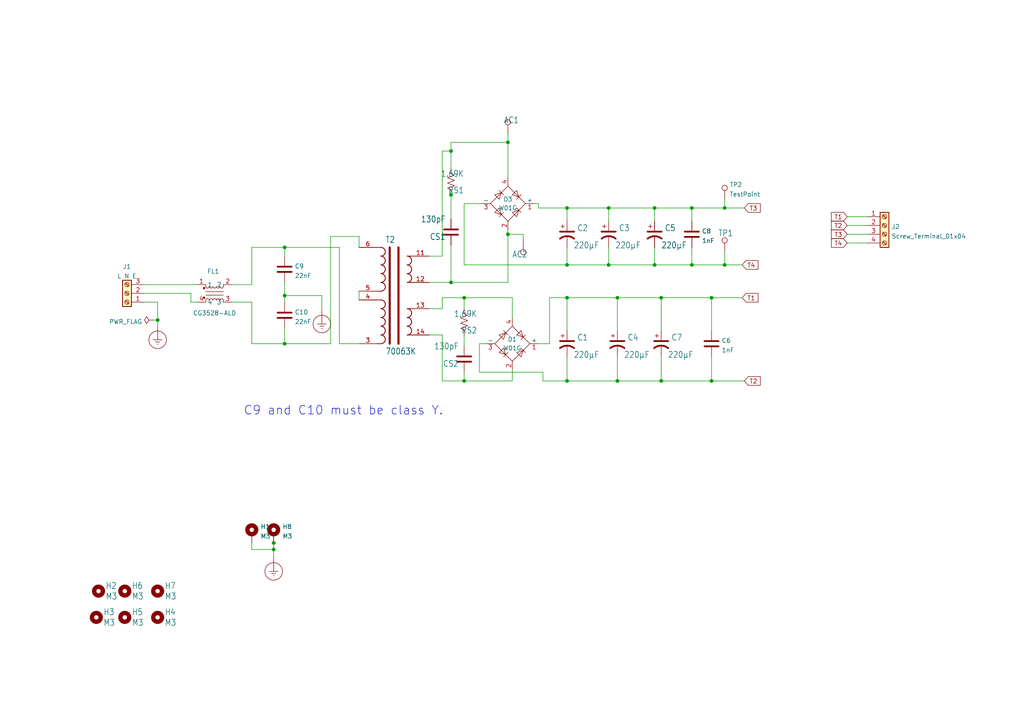
<source format=kicad_sch>
(kicad_sch (version 20211123) (generator eeschema)
  (paper "A4")
  (title_block (title "MaxDC") (date "2023-01-28") (rev "0.3") (company "Author: Andrew Fischer\\nLicense: CC BY-NC 4.0 \\ncreativecommons.org/licenses/by-nc/4.0"))
  (lib_symbols
    (symbol "Connector:Screw_Terminal_01x03" (pin_names (offset 1.016) hide)
      (property "Reference" "J" (at 0 5.08 0))
      (property "Value" "Screw_Terminal_01x03" (at 0 -5.08 0))
      (symbol "Screw_Terminal_01x03_1_1"
        (rectangle (start -1.27 3.81) (end 1.27 -3.81) (stroke (width 0.254)) (fill (type background)))
        (circle (center 0 -2.54) (radius 0.635) (stroke (width 0.1524)))
        (polyline (pts (xy -0.5334 -2.2098) (xy 0.3302 -3.048)) (stroke (width 0.1524)))
        (polyline (pts (xy -0.5334 0.3302) (xy 0.3302 -0.508)) (stroke (width 0.1524)))
        (polyline (pts (xy -0.5334 2.8702) (xy 0.3302 2.032)) (stroke (width 0.1524)))
        (polyline (pts (xy -0.3556 -2.032) (xy 0.508 -2.8702)) (stroke (width 0.1524)))
        (polyline (pts (xy -0.3556 0.508) (xy 0.508 -0.3302)) (stroke (width 0.1524)))
        (polyline (pts (xy -0.3556 3.048) (xy 0.508 2.2098)) (stroke (width 0.1524)))
        (circle (center 0 0) (radius 0.635) (stroke (width 0.1524)))
        (circle (center 0 2.54) (radius 0.635) (stroke (width 0.1524)))
        (pin passive line (at -5.08 2.54 0) (length 3.81) (name "Pin_1") (number "1"))
        (pin passive line (at -5.08 0 0) (length 3.81) (name "Pin_2") (number "2"))
        (pin passive line (at -5.08 -2.54 0) (length 3.81) (name "Pin_3") (number "3"))
      )
    )
    (symbol "Connector:Screw_Terminal_01x04" (pin_names (offset 1.016) hide)
      (property "Reference" "J" (at 0 5.08 0))
      (property "Value" "Screw_Terminal_01x04" (at 0 -7.62 0))
      (symbol "Screw_Terminal_01x04_1_1"
        (rectangle (start -1.27 3.81) (end 1.27 -6.35) (stroke (width 0.254)) (fill (type background)))
        (circle (center 0 -5.08) (radius 0.635) (stroke (width 0.1524)))
        (circle (center 0 -2.54) (radius 0.635) (stroke (width 0.1524)))
        (polyline (pts (xy -0.5334 -4.7498) (xy 0.3302 -5.588)) (stroke (width 0.1524)))
        (polyline (pts (xy -0.5334 -2.2098) (xy 0.3302 -3.048)) (stroke (width 0.1524)))
        (polyline (pts (xy -0.5334 0.3302) (xy 0.3302 -0.508)) (stroke (width 0.1524)))
        (polyline (pts (xy -0.5334 2.8702) (xy 0.3302 2.032)) (stroke (width 0.1524)))
        (polyline (pts (xy -0.3556 -4.572) (xy 0.508 -5.4102)) (stroke (width 0.1524)))
        (polyline (pts (xy -0.3556 -2.032) (xy 0.508 -2.8702)) (stroke (width 0.1524)))
        (polyline (pts (xy -0.3556 0.508) (xy 0.508 -0.3302)) (stroke (width 0.1524)))
        (polyline (pts (xy -0.3556 3.048) (xy 0.508 2.2098)) (stroke (width 0.1524)))
        (circle (center 0 0) (radius 0.635) (stroke (width 0.1524)))
        (circle (center 0 2.54) (radius 0.635) (stroke (width 0.1524)))
        (pin passive line (at -5.08 2.54 0) (length 3.81) (name "Pin_1") (number "1"))
        (pin passive line (at -5.08 0 0) (length 3.81) (name "Pin_2") (number "2"))
        (pin passive line (at -5.08 -2.54 0) (length 3.81) (name "Pin_3") (number "3"))
        (pin passive line (at -5.08 -5.08 0) (length 3.81) (name "Pin_4") (number "4"))
      )
    )
    (symbol "Connector:TestPoint" (pin_numbers hide) (pin_names (offset 0.762) hide)
      (property "Reference" "TP" (at 0 6.858 0))
      (property "Value" "TestPoint" (at 0 5.08 0))
      (symbol "TestPoint_0_1"
        (circle (center 0 3.302) (radius 0.762))
      )
      (symbol "TestPoint_1_1"
        (pin passive line (at 0 0 90) (length 2.54) (name "1") (number "1"))
      )
    )
    (symbol "Device:C" (pin_numbers hide) (pin_names (offset 0.254))
      (property "Reference" "C" (at 0.635 2.54 0))
      (property "Value" "C" (at 0.635 -2.54 0))
      (symbol "C_0_1"
        (polyline (pts (xy -2.032 -0.762) (xy 2.032 -0.762)) (stroke (width 0.508)))
        (polyline (pts (xy -2.032 0.762) (xy 2.032 0.762)) (stroke (width 0.508)))
      )
      (symbol "C_1_1"
        (pin passive line (at 0 3.81 270) (length 2.794) (name "~") (number "1"))
        (pin passive line (at 0 -3.81 90) (length 2.794) (name "~") (number "2"))
      )
    )
    (symbol "Device:C_Polarized_US" (pin_numbers hide) (pin_names (offset 0.254) hide)
      (property "Reference" "C" (at 0.635 2.54 0))
      (property "Value" "C_Polarized_US" (at 0.635 -2.54 0))
      (symbol "C_Polarized_US_0_1"
        (polyline (pts (xy -2.032 0.762) (xy 2.032 0.762)) (stroke (width 0.508)))
        (polyline (pts (xy -1.778 2.286) (xy -0.762 2.286)))
        (polyline (pts (xy -1.27 1.778) (xy -1.27 2.794)))
        (arc (start 2.032 -1.27) (mid 0 -0.5572) (end -2.032 -1.27) (stroke (width 0.508)))
      )
      (symbol "C_Polarized_US_1_1"
        (pin passive line (at 0 3.81 270) (length 2.794) (name "~") (number "1"))
        (pin passive line (at 0 -3.81 90) (length 3.302) (name "~") (number "2"))
      )
    )
    (symbol "Device:R_US" (pin_numbers hide) (pin_names (offset 0))
      (property "Reference" "R" (at 2.54 0 90))
      (property "Value" "R_US" (at -2.54 0 90))
      (symbol "R_US_0_1"
        (polyline (pts (xy 0 -2.286) (xy 0 -2.54)))
        (polyline (pts (xy 0 2.286) (xy 0 2.54)))
        (polyline (pts (xy 0 -0.762) (xy 1.016 -1.143) (xy 0 -1.524) (xy -1.016 -1.905) (xy 0 -2.286)))
        (polyline (pts (xy 0 0.762) (xy 1.016 0.381) (xy 0 0) (xy -1.016 -0.381) (xy 0 -0.762)))
        (polyline (pts (xy 0 2.286) (xy 1.016 1.905) (xy 0 1.524) (xy -1.016 1.143) (xy 0 0.762)))
      )
      (symbol "R_US_1_1"
        (pin passive line (at 0 3.81 270) (length 1.27) (name "~") (number "1"))
        (pin passive line (at 0 -3.81 90) (length 1.27) (name "~") (number "2"))
      )
    )
    (symbol "Diode_Bridge:W01G" (pin_names (offset 0))
      (property "Reference" "D" (at 2.54 6.985 0))
      (property "Value" "W01G" (at 2.54 5.08 0))
      (symbol "W01G_0_1"
        (polyline (pts (xy -2.54 3.81) (xy -1.27 2.54)))
        (polyline (pts (xy -1.27 -2.54) (xy -2.54 -3.81)))
        (polyline (pts (xy 2.54 -1.27) (xy 3.81 -2.54)))
        (polyline (pts (xy 2.54 1.27) (xy 3.81 2.54)))
        (polyline (pts (xy -3.81 2.54) (xy -2.54 1.27) (xy -1.905 3.175) (xy -3.81 2.54)))
        (polyline (pts (xy -2.54 -1.27) (xy -3.81 -2.54) (xy -1.905 -3.175) (xy -2.54 -1.27)))
        (polyline (pts (xy 1.27 2.54) (xy 2.54 3.81) (xy 3.175 1.905) (xy 1.27 2.54)))
        (polyline (pts (xy 3.175 -1.905) (xy 1.27 -2.54) (xy 2.54 -3.81) (xy 3.175 -1.905)))
        (polyline (pts (xy -5.08 0) (xy 0 -5.08) (xy 5.08 0) (xy 0 5.08) (xy -5.08 0)))
      )
      (symbol "W01G_1_1"
        (pin passive line (at 7.62 0 180) (length 2.54) (name "+") (number "1"))
        (pin passive line (at 0 -7.62 90) (length 2.54) (name "~") (number "2"))
        (pin passive line (at -7.62 0 0) (length 2.54) (name "-") (number "3"))
        (pin passive line (at 0 7.62 270) (length 2.54) (name "~") (number "4"))
      )
    )
    (symbol "Filter_CoilCraft:Filter_EMI_LL_1243"
      (property "Reference" "FL" (at -2.54 5.842 0))
      (property "Value" "Filter_EMI_LL_1243" (at 0.635 -5.715 0))
      (symbol "Filter_EMI_LL_1243_0_1"
        (circle (center -1.778 -1.27) (radius 0.254) (fill (type outline)))
        (circle (center -1.778 1.524) (radius 0.254) (fill (type outline)))
        (arc (start -1.27 2.032) (mid -0.762 1.524) (end -0.254 2.032))
        (arc (start -0.254 -2.032) (mid -0.762 -1.524) (end -1.27 -2.032))
        (arc (start -0.254 2.032) (mid 0.254 1.524) (end 0.762 2.032))
        (polyline (pts (xy -1.27 -2.032) (xy -1.27 -2.54)))
        (polyline (pts (xy -1.27 0.508) (xy 3.81 0.508)))
        (polyline (pts (xy -1.27 2.032) (xy -1.27 2.54)))
        (polyline (pts (xy 3.81 -2.032) (xy 3.81 -2.54)))
        (polyline (pts (xy 3.81 -0.508) (xy -1.27 -0.508)))
        (polyline (pts (xy 3.81 2.54) (xy 3.81 2.032)))
        (arc (start 0.762 -2.032) (mid 0.254 -1.524) (end -0.254 -2.032))
        (arc (start 0.762 2.032) (mid 1.27 1.524) (end 1.778 2.032))
        (arc (start 1.778 -2.032) (mid 1.27 -1.524) (end 0.762 -2.032))
        (arc (start 1.778 2.032) (mid 2.286 1.524) (end 2.794 2.032))
        (arc (start 2.794 -2.032) (mid 2.286 -1.524) (end 1.778 -2.032))
        (arc (start 2.794 2.032) (mid 3.302 1.524) (end 3.81 2.032))
        (arc (start 3.81 -2.032) (mid 3.302 -1.524) (end 2.794 -2.032))
      )
      (symbol "Filter_EMI_LL_1243_1_1"
        (pin passive line (at -3.81 2.54 0) (length 2.54) (name "1") (number "1"))
        (pin passive line (at 6.35 2.54 180) (length 2.54) (name "2") (number "2"))
        (pin passive line (at 6.35 -2.54 180) (length 2.54) (name "3") (number "3"))
        (pin passive line (at -3.81 -2.54 0) (length 2.54) (name "4") (number "4"))
      )
    )
    (symbol "MaxDC-eagle-import:15-25VA"
      (property "Value" "15-25VA" (at -2.54 -18.415 0))
      (symbol "15-25VA_1_0"
        (arc (start -3.81 -15.24) (mid -2.54 -13.97) (end -3.81 -12.7) (stroke (width 0.254)))
        (arc (start -3.81 -12.7) (mid -2.54 -11.43) (end -3.81 -10.16) (stroke (width 0.254)))
        (arc (start -3.81 -10.16) (mid -2.54 -8.89) (end -3.81 -7.62) (stroke (width 0.254)))
        (arc (start -3.81 -7.62) (mid -2.54 -6.35) (end -3.81 -5.08) (stroke (width 0.254)))
        (arc (start -3.81 -5.08) (mid -2.54 -3.81) (end -3.81 -2.54) (stroke (width 0.254)))
        (arc (start -3.81 0) (mid -2.54 1.27) (end -3.81 2.54) (stroke (width 0.254)))
        (arc (start -3.81 2.54) (mid -2.54 3.81) (end -3.81 5.08) (stroke (width 0.254)))
        (arc (start -3.81 5.08) (mid -2.54 6.35) (end -3.81 7.62) (stroke (width 0.254)))
        (arc (start -3.81 7.62) (mid -2.54 8.89) (end -3.81 10.16) (stroke (width 0.254)))
        (arc (start -3.81 10.16) (mid -2.54 11.43) (end -3.81 12.7) (stroke (width 0.254)))
        (polyline (pts (xy -3.81 -15.24) (xy -5.08 -15.24)) (stroke (width 0.2032)))
        (polyline (pts (xy -3.81 -2.54) (xy -5.08 -2.54)) (stroke (width 0.2032)))
        (polyline (pts (xy -3.81 0) (xy -5.08 0)) (stroke (width 0.2032)))
        (polyline (pts (xy -3.81 12.7) (xy -5.08 12.7)) (stroke (width 0.2032)))
        (polyline (pts (xy -1.27 12.7) (xy -1.27 -15.24)) (stroke (width 0.6096)))
        (polyline (pts (xy 1.27 12.7) (xy 1.27 -15.24)) (stroke (width 0.6096)))
        (polyline (pts (xy 3.81 -12.7) (xy 5.08 -12.7)) (stroke (width 0.2032)))
        (polyline (pts (xy 3.81 -5.08) (xy 5.08 -5.08)) (stroke (width 0.2032)))
        (polyline (pts (xy 3.81 2.54) (xy 5.08 2.54)) (stroke (width 0.2032)))
        (polyline (pts (xy 3.81 10.16) (xy 5.08 10.16)) (stroke (width 0.2032)))
        (arc (start 3.81 -12.7) (mid 5.08 -11.43) (end 3.81 -10.16) (stroke (width 0.254)))
        (arc (start 3.81 -10.16) (mid 5.08 -8.89) (end 3.81 -7.62) (stroke (width 0.254)))
        (arc (start 3.81 -7.62) (mid 5.08 -6.35) (end 3.81 -5.08) (stroke (width 0.254)))
        (arc (start 3.81 2.54) (mid 5.08 3.81) (end 3.81 5.08) (stroke (width 0.254)))
        (arc (start 3.81 5.08) (mid 5.08 6.35) (end 3.81 7.62) (stroke (width 0.254)))
        (arc (start 3.81 7.62) (mid 5.08 8.89) (end 3.81 10.16) (stroke (width 0.254)))
        (pin passive line (at 10.16 10.16 180) (length 5.08) (name "11") (number "11"))
        (pin passive line (at 10.16 2.54 180) (length 5.08) (name "12") (number "12"))
        (pin passive line (at 10.16 -5.08 180) (length 5.08) (name "13") (number "13"))
        (pin passive line (at 10.16 -12.7 180) (length 5.08) (name "14") (number "14"))
        (pin passive line (at -10.16 -15.24 0) (length 5.08) (name "3") (number "3"))
        (pin passive line (at -10.16 -2.54 0) (length 5.08) (name "4") (number "4"))
        (pin passive line (at -10.16 0 0) (length 5.08) (name "5") (number "5"))
        (pin passive line (at -10.16 12.7 0) (length 5.08) (name "6") (number "6"))
      )
    )
    (symbol "Mechanical:MountingHole" (pin_names (offset 1.016))
      (property "Reference" "H" (at 0 5.08 0))
      (property "Value" "MountingHole" (at 0 3.175 0))
      (symbol "MountingHole_0_1"
        (circle (center 0 0) (radius 1.27) (stroke (width 1.27)))
      )
    )
    (symbol "Mechanical:MountingHole_Pad" (pin_numbers hide) (pin_names (offset 1.016) hide)
      (property "Reference" "H" (at 0 6.35 0))
      (property "Value" "MountingHole_Pad" (at 0 4.445 0))
      (symbol "MountingHole_Pad_0_1"
        (circle (center 0 1.27) (radius 1.27) (stroke (width 1.27)))
      )
      (symbol "MountingHole_Pad_1_1"
        (pin input line (at 0 -2.54 90) (length 2.54) (name "1") (number "1"))
      )
    )
    (symbol "power:Earth_Protective" (power) (pin_names (offset 0))
      (symbol "Earth_Protective_0_1"
        (circle (center 0 -3.81) (radius 2.54))
        (polyline (pts (xy -0.635 -4.445) (xy 0.635 -4.445)))
        (polyline (pts (xy -0.127 -5.08) (xy 0.127 -5.08)))
        (polyline (pts (xy 0 -3.81) (xy 0 0)))
        (polyline (pts (xy 1.27 -3.81) (xy -1.27 -3.81)))
      )
      (symbol "Earth_Protective_1_1"
        (pin power_in line (at 0 0 270) (length 0) hide (name "Earth_Protective") (number "1"))
      )
    )
    (symbol "power:PWR_FLAG" (power) (pin_numbers hide) (pin_names (offset 0) hide)
      (property "Value" "PWR_FLAG" (at 0 3.81 0))
      (symbol "PWR_FLAG_0_0"
        (pin power_out line (at 0 0 90) (length 0) (name "pwr") (number "1"))
      )
      (symbol "PWR_FLAG_0_1"
        (polyline (pts (xy 0 0) (xy 0 1.27) (xy -1.016 1.905) (xy 0 2.54) (xy 1.016 1.905) (xy 0 1.27)))
      )
    )
  )
  (junction (at 130.81 81.915))
  (junction (at 206.375 110.49))
  (junction (at 79.375 157.48))
  (junction (at 147.32 41.275))
  (junction (at 79.375 159.385))
  (junction (at 82.55 99.695))
  (junction (at 164.465 86.36))
  (junction (at 176.53 76.835))
  (junction (at 164.465 76.835))
  (junction (at 179.07 86.36))
  (junction (at 200.66 76.835))
  (junction (at 130.81 43.815))
  (junction (at 191.77 86.36))
  (junction (at 164.465 110.49))
  (junction (at 134.62 110.49))
  (junction (at 176.53 60.325))
  (junction (at 210.185 76.835))
  (junction (at 206.375 86.36))
  (junction (at 82.55 71.755))
  (junction (at 164.465 60.325))
  (junction (at 130.81 56.515))
  (junction (at 189.865 60.325))
  (junction (at 191.77 110.49))
  (junction (at 134.62 86.36))
  (junction (at 189.865 76.835))
  (junction (at 210.185 60.325))
  (junction (at 82.55 85.725))
  (junction (at 45.72 92.837))
  (junction (at 200.66 60.325))
  (junction (at 147.32 67.945))
  (junction (at 179.07 110.49))
  (wire (pts (xy 159.385 99.695) (xy 159.385 86.36)))
  (wire (pts (xy 134.62 97.155) (xy 134.62 100.33)))
  (wire (pts (xy 176.53 71.755) (xy 176.53 76.835)))
  (wire (pts (xy 164.465 103.505) (xy 164.465 110.49)))
  (wire (pts (xy 128.27 97.155) (xy 128.27 110.49)))
  (wire (pts (xy 73.025 71.755) (xy 82.55 71.755)))
  (wire (pts (xy 124.46 89.535) (xy 128.27 89.535)))
  (wire (pts (xy 73.025 159.385) (xy 79.375 159.385)))
  (wire (pts (xy 67.31 82.55) (xy 73.025 82.55)))
  (wire (pts (xy 210.185 73.025) (xy 210.185 76.835)))
  (wire (pts (xy 210.185 76.835) (xy 215.265 76.835)))
  (wire (pts (xy 191.77 110.49) (xy 191.77 103.505)))
  (wire (pts (xy 151.765 69.85) (xy 151.765 67.945)))
  (wire (pts (xy 128.27 74.295) (xy 128.27 43.815)))
  (wire (pts (xy 130.81 43.815) (xy 130.81 48.895)))
  (wire (pts (xy 79.375 159.385) (xy 79.375 161.925)))
  (wire (pts (xy 200.66 71.755) (xy 200.66 76.835)))
  (wire (pts (xy 98.425 99.695) (xy 104.14 99.695)))
  (wire (pts (xy 82.55 81.915) (xy 82.55 85.725)))
  (wire (pts (xy 67.31 87.63) (xy 73.025 87.63)))
  (wire (pts (xy 93.345 90.17) (xy 93.345 85.725)))
  (wire (pts (xy 147.32 67.945) (xy 151.765 67.945)))
  (wire (pts (xy 179.07 103.505) (xy 179.07 110.49)))
  (wire (pts (xy 164.465 64.135) (xy 164.465 60.325)))
  (wire (pts (xy 82.55 74.295) (xy 82.55 71.755)))
  (wire (pts (xy 164.465 110.49) (xy 179.07 110.49)))
  (wire (pts (xy 179.07 86.36) (xy 179.07 95.885)))
  (wire (pts (xy 45.72 92.837) (xy 45.72 94.742)))
  (wire (pts (xy 130.81 41.275) (xy 130.81 43.815)))
  (wire (pts (xy 130.81 71.12) (xy 130.81 81.915)))
  (wire (pts (xy 128.27 74.295) (xy 124.46 74.295)))
  (wire (pts (xy 245.745 67.945) (xy 251.46 67.945)))
  (wire (pts (xy 206.375 86.36) (xy 215.265 86.36)))
  (wire (pts (xy 130.81 81.915) (xy 147.32 81.915)))
  (wire (pts (xy 82.55 85.725) (xy 82.55 87.63)))
  (wire (pts (xy 124.46 81.915) (xy 130.81 81.915)))
  (wire (pts (xy 130.81 55.88) (xy 130.81 56.515)))
  (wire (pts (xy 191.77 110.49) (xy 206.375 110.49)))
  (wire (pts (xy 245.745 65.405) (xy 251.46 65.405)))
  (wire (pts (xy 79.375 157.48) (xy 80.01 157.48)))
  (wire (pts (xy 139.065 99.695) (xy 139.065 107.95)))
  (wire (pts (xy 210.185 57.785) (xy 210.185 60.325)))
  (wire (pts (xy 147.32 41.275) (xy 147.32 51.435)))
  (wire (pts (xy 164.465 76.835) (xy 176.53 76.835)))
  (wire (pts (xy 176.53 60.325) (xy 176.53 64.135)))
  (wire (pts (xy 124.46 97.155) (xy 128.27 97.155)))
  (wire (pts (xy 134.62 86.36) (xy 134.62 89.535)))
  (wire (pts (xy 55.372 87.63) (xy 57.15 87.63)))
  (wire (pts (xy 189.865 76.835) (xy 200.66 76.835)))
  (wire (pts (xy 41.91 87.63) (xy 45.72 87.63)))
  (wire (pts (xy 164.465 86.36) (xy 179.07 86.36)))
  (wire (pts (xy 191.77 86.36) (xy 191.77 95.885)))
  (wire (pts (xy 82.55 71.755) (xy 98.425 71.755)))
  (wire (pts (xy 164.465 86.36) (xy 164.465 95.885)))
  (wire (pts (xy 157.48 107.95) (xy 157.48 110.49)))
  (wire (pts (xy 82.55 95.25) (xy 82.55 99.695)))
  (wire (pts (xy 189.865 60.325) (xy 189.865 64.135)))
  (wire (pts (xy 139.065 107.95) (xy 157.48 107.95)))
  (wire (pts (xy 82.55 99.695) (xy 95.885 99.695)))
  (wire (pts (xy 147.32 67.945) (xy 147.32 81.915)))
  (wire (pts (xy 130.81 43.815) (xy 128.27 43.815)))
  (wire (pts (xy 210.185 60.325) (xy 200.66 60.325)))
  (wire (pts (xy 73.025 99.695) (xy 82.55 99.695)))
  (wire (pts (xy 134.62 107.95) (xy 134.62 110.49)))
  (wire (pts (xy 156.21 60.325) (xy 164.465 60.325)))
  (wire (pts (xy 104.14 86.995) (xy 104.14 84.455)))
  (wire (pts (xy 104.14 68.58) (xy 104.14 71.755)))
  (wire (pts (xy 134.62 59.055) (xy 139.7 59.055)))
  (wire (pts (xy 179.07 110.49) (xy 191.77 110.49)))
  (wire (pts (xy 134.62 76.835) (xy 164.465 76.835)))
  (wire (pts (xy 148.59 86.36) (xy 148.59 92.075)))
  (wire (pts (xy 159.385 86.36) (xy 164.465 86.36)))
  (wire (pts (xy 179.07 86.36) (xy 191.77 86.36)))
  (wire (pts (xy 73.025 87.63) (xy 73.025 99.695)))
  (wire (pts (xy 130.81 56.515) (xy 130.81 63.5)))
  (wire (pts (xy 98.425 71.755) (xy 98.425 99.695)))
  (wire (pts (xy 206.375 86.36) (xy 206.375 95.885)))
  (wire (pts (xy 95.885 68.58) (xy 104.14 68.58)))
  (wire (pts (xy 79.375 157.48) (xy 79.375 159.385)))
  (wire (pts (xy 128.27 89.535) (xy 128.27 86.36)))
  (wire (pts (xy 200.66 60.325) (xy 200.66 64.135)))
  (wire (pts (xy 134.62 59.055) (xy 134.62 76.835)))
  (wire (pts (xy 134.62 110.49) (xy 148.59 110.49)))
  (wire (pts (xy 41.91 85.09) (xy 55.372 85.09)))
  (wire (pts (xy 156.21 59.055) (xy 156.21 60.325)))
  (wire (pts (xy 82.55 85.725) (xy 93.345 85.725)))
  (wire (pts (xy 210.185 60.325) (xy 215.9 60.325)))
  (wire (pts (xy 189.865 71.755) (xy 189.865 76.835)))
  (wire (pts (xy 130.81 41.275) (xy 147.32 41.275)))
  (wire (pts (xy 140.97 99.695) (xy 139.065 99.695)))
  (wire (pts (xy 176.53 76.835) (xy 189.865 76.835)))
  (wire (pts (xy 164.465 60.325) (xy 176.53 60.325)))
  (wire (pts (xy 157.48 110.49) (xy 164.465 110.49)))
  (wire (pts (xy 73.025 157.48) (xy 73.025 159.385)))
  (wire (pts (xy 245.745 62.865) (xy 251.46 62.865)))
  (wire (pts (xy 206.375 110.49) (xy 206.375 103.505)))
  (wire (pts (xy 191.77 86.36) (xy 206.375 86.36)))
  (wire (pts (xy 55.372 85.09) (xy 55.372 87.63)))
  (wire (pts (xy 73.025 82.55) (xy 73.025 71.755)))
  (wire (pts (xy 154.94 59.055) (xy 156.21 59.055)))
  (wire (pts (xy 200.66 76.835) (xy 210.185 76.835)))
  (wire (pts (xy 41.91 82.55) (xy 57.15 82.55)))
  (wire (pts (xy 147.32 38.735) (xy 147.32 41.275)))
  (wire (pts (xy 147.32 66.675) (xy 147.32 67.945)))
  (wire (pts (xy 95.885 99.695) (xy 95.885 68.58)))
  (wire (pts (xy 164.465 71.755) (xy 164.465 76.835)))
  (wire (pts (xy 128.27 110.49) (xy 134.62 110.49)))
  (wire (pts (xy 176.53 60.325) (xy 189.865 60.325)))
  (wire (pts (xy 45.72 87.63) (xy 45.72 92.837)))
  (wire (pts (xy 245.745 70.485) (xy 251.46 70.485)))
  (wire (pts (xy 206.375 110.49) (xy 215.9 110.49)))
  (wire (pts (xy 189.865 60.325) (xy 200.66 60.325)))
  (wire (pts (xy 148.59 107.315) (xy 148.59 110.49)))
  (wire (pts (xy 156.21 99.695) (xy 159.385 99.695)))
  (wire (pts (xy 44.45 92.837) (xy 45.72 92.837)))
  (wire (pts (xy 134.62 86.36) (xy 148.59 86.36)))
  (wire (pts (xy 128.27 86.36) (xy 134.62 86.36)))
  (text "C9 and C10 must be class Y." (at 70.612 120.65 0) (effects (font (size 2.54 2.54)) (justify left bottom)))
  (global_label "T4" (shape input) (at 215.265 76.835 0) (property "Intersheet References" "${INTERSHEET_REFS}" (effects hide)))
  (global_label "T3" (shape input) (at 215.9 60.325 0) (property "Intersheet References" "${INTERSHEET_REFS}" (effects hide)))
  (global_label "T2" (shape input) (at 215.9 110.49 0) (property "Intersheet References" "${INTERSHEET_REFS}" (effects hide)))
  (global_label "T1" (shape input) (at 245.745 62.865 180) (property "Intersheet References" "${INTERSHEET_REFS}" (effects hide)))
  (global_label "T2" (shape input) (at 245.745 65.405 180) (property "Intersheet References" "${INTERSHEET_REFS}" (effects hide)))
  (global_label "T4" (shape input) (at 245.745 70.485 180) (property "Intersheet References" "${INTERSHEET_REFS}" (effects hide)))
  (global_label "T3" (shape input) (at 245.745 67.945 180) (property "Intersheet References" "${INTERSHEET_REFS}" (effects hide)))
  (global_label "T1" (shape input) (at 215.265 86.36 0) (property "Intersheet References" "${INTERSHEET_REFS}" (effects hide)))
  (symbol (lib_id "Device:C_Polarized_US") (at 191.77 99.695 0) (unit 1)
    (property "Reference" "C7" (at 194.691 97.87 0) (effects (font (size 1.778 1.5113)) (justify left)))
    (property "Value" "220µF" (at 193.675 102.87 0) (effects (font (size 1.778 1.5113)) (justify left)))
    (property "Footprint" "Capacitor_THT:CP_Radial_D10.0mm_P5.00mm" (effects hide))
    (property "MPN" "UPW1H221MPD" (effects hide))
    (property "RS" "715-2852" (effects hide))
  )
  (symbol (lib_id "power:Earth_Protective") (at 45.72 94.742 0) (unit 1)
    (property "Reference" "#PWR0101" (effects hide))
    (property "Value" "Earth_Protective" (effects hide))
  )
  (symbol (lib_id "Connector:TestPoint") (at 151.765 69.85 180) (unit 1)
    (property "Reference" "AC2" (at 153.035 72.771 0) (effects (font (size 1.778 1.5113)) (justify left bottom)))
    (property "Value" "SE13" (effects hide))
    (property "Footprint" "TestPoint:TestPoint_THTPad_3.0x3.0mm_Drill1.5mm" (effects hide))
  )
  (symbol (lib_id "Connector:Screw_Terminal_01x03") (at 36.83 85.09 180) (unit 1)
    (property "Reference" "J1" (at 36.83 77.3135 0))
    (property "Value" "L N E" (at 36.83 80.0886 0))
    (property "Footprint" "TerminalBlock_Phoenix:TerminalBlock_Phoenix_MKDS-3-3-5.08_1x03_P5.08mm_Horizontal" (effects hide))
  )
  (symbol (lib_id "Connector:TestPoint") (at 210.185 73.025 0) (unit 1)
    (property "Reference" "TP1" (at 208.28 68.58 0) (effects (font (size 1.778 1.5113)) (justify left bottom)))
    (property "Value" "SE13" (effects hide))
    (property "Footprint" "TestPoint:TestPoint_THTPad_2.5x2.5mm_Drill1.2mm" (effects hide))
  )
  (symbol (lib_id "power:Earth_Protective") (at 79.375 161.925 0) (unit 1)
    (property "Reference" "#PWR02" (effects hide))
    (property "Value" "Earth_Protective" (effects hide))
  )
  (symbol (lib_id "Device:C") (at 200.66 67.945 180) (unit 1)
    (property "Reference" "C8" (at 203.581 67.0365 0) (effects (justify right)))
    (property "Value" "1nF" (at 203.581 69.8116 0) (effects (justify right)))
    (property "Footprint" "Capacitor_SMD:C_0805_2012Metric_Pad1.18x1.45mm_HandSolder" (effects hide))
    (property "MPN" "CL21B102KBCNNNC" (effects hide))
    (property "LCSC" "C46653" (effects hide))
  )
  (symbol (lib_id "Mechanical:MountingHole") (at 36.195 171.45 0) (unit 1)
    (property "Reference" "H6" (at 38.227 170.8658 0) (effects (font (size 1.778 1.5113)) (justify left bottom)))
    (property "Value" "M3" (at 38.227 173.9138 0) (effects (font (size 1.778 1.5113)) (justify left bottom)))
    (property "Footprint" "MountingHole:MountingHole_3.2mm_M3" (effects hide))
  )
  (symbol (lib_id "Device:C_Polarized_US") (at 164.465 67.945 0) (unit 1)
    (property "Reference" "C2" (at 167.386 66.12 0) (effects (font (size 1.778 1.5113)) (justify left)))
    (property "Value" "220µF" (at 166.37 71.12 0) (effects (font (size 1.778 1.5113)) (justify left)))
    (property "Footprint" "Capacitor_THT:CP_Radial_D10.0mm_P5.00mm" (effects hide))
    (property "MPN" "UPW1H221MPD" (effects hide))
    (property "RS" "715-2852" (effects hide))
  )
  (symbol (lib_id "Mechanical:MountingHole") (at 36.195 179.07 0) (unit 1)
    (property "Reference" "H5" (at 38.227 178.4858 0) (effects (font (size 1.778 1.5113)) (justify left bottom)))
    (property "Value" "M3" (at 38.227 181.5338 0) (effects (font (size 1.778 1.5113)) (justify left bottom)))
    (property "Footprint" "MountingHole:MountingHole_3.2mm_M3" (effects hide))
  )
  (symbol (lib_id "Mechanical:MountingHole") (at 28.575 171.45 0) (unit 1)
    (property "Reference" "H2" (at 30.607 170.8658 0) (effects (font (size 1.778 1.5113)) (justify left bottom)))
    (property "Value" "M3" (at 30.607 173.9138 0) (effects (font (size 1.778 1.5113)) (justify left bottom)))
    (property "Footprint" "MountingHole:MountingHole_3.2mm_M3" (effects hide))
  )
  (symbol (lib_id "MaxDC-eagle-import:15-25VA") (at 114.3 84.455 0) (unit 1)
    (property "Reference" "T2" (at 111.76 70.485 0) (effects (font (size 1.778 1.5113)) (justify left bottom)))
    (property "Value" "70063K" (at 111.76 102.87 0) (effects (font (size 1.778 1.5113)) (justify left bottom)))
    (property "Footprint" "Trafo_Talema_:70060K" (effects hide))
  )
  (symbol (lib_id "Device:R_US") (at 134.62 93.345 180) (unit 1)
    (property "Reference" "RS2" (at 138.43 94.8436 0) (effects (font (size 1.778 1.5113)) (justify left bottom)))
    (property "Value" "1.69K" (at 138.43 90.043 0) (effects (font (size 1.778 1.5113)) (justify left bottom)))
    (property "Footprint" "Resistor_SMD:R_0805_2012Metric_Pad1.20x1.40mm_HandSolder" (effects hide))
    (property "MPN" "WR08X1691FTL" (effects hide))
    (property "LCSC" "C170810" (effects hide))
  )
  (symbol (lib_id "Device:C_Polarized_US") (at 176.53 67.945 0) (unit 1)
    (property "Reference" "C3" (at 179.451 66.12 0) (effects (font (size 1.778 1.5113)) (justify left)))
    (property "Value" "220µF" (at 178.435 71.12 0) (effects (font (size 1.778 1.5113)) (justify left)))
    (property "Footprint" "Capacitor_THT:CP_Radial_D10.0mm_P5.00mm" (effects hide))
    (property "MPN" "UPW1H221MPD" (effects hide))
    (property "RS" "715-2852" (effects hide))
  )
  (symbol (lib_id "Mechanical:MountingHole") (at 27.94 179.07 0) (unit 1)
    (property "Reference" "H3" (at 29.972 178.4858 0) (effects (font (size 1.778 1.5113)) (justify left bottom)))
    (property "Value" "M3" (at 29.972 181.5338 0) (effects (font (size 1.778 1.5113)) (justify left bottom)))
    (property "Footprint" "MountingHole:MountingHole_3.2mm_M3" (effects hide))
  )
  (symbol (lib_id "power:PWR_FLAG") (at 44.45 92.837 90) (unit 1)
    (property "Reference" "#FLG0101" (effects hide))
    (property "Value" "PWR_FLAG" (at 41.2751 93.316 90) (effects (justify left)))
  )
  (symbol (lib_id "Connector:TestPoint") (at 147.32 38.735 0) (unit 1)
    (property "Reference" "AC1" (at 146.05 35.814 0) (effects (font (size 1.778 1.5113)) (justify left bottom)))
    (property "Value" "SE13" (effects hide))
    (property "Footprint" "TestPoint:TestPoint_THTPad_3.0x3.0mm_Drill1.5mm" (effects hide))
  )
  (symbol (lib_id "Device:C_Polarized_US") (at 164.465 99.695 0) (unit 1)
    (property "Reference" "C1" (at 167.386 97.87 0) (effects (font (size 1.778 1.5113)) (justify left)))
    (property "Value" "220µF" (at 166.37 102.87 0) (effects (font (size 1.778 1.5113)) (justify left)))
    (property "Footprint" "Capacitor_THT:CP_Radial_D10.0mm_P5.00mm" (effects hide))
    (property "MPN" "UPW1H221MPD" (effects hide))
    (property "RS" "715-2852" (effects hide))
  )
  (symbol (lib_id "Mechanical:MountingHole") (at 45.72 171.45 0) (unit 1)
    (property "Reference" "H7" (at 47.752 170.8658 0) (effects (font (size 1.778 1.5113)) (justify left bottom)))
    (property "Value" "M3" (at 47.752 173.9138 0) (effects (font (size 1.778 1.5113)) (justify left bottom)))
    (property "Footprint" "MountingHole:MountingHole_3.2mm_M3" (effects hide))
  )
  (symbol (lib_id "Filter_CoilCraft:Filter_EMI_LL_1243") (at 60.96 85.09 0) (unit 1)
    (property "Reference" "FL1" (at 61.849 78.7105 0))
    (property "Value" "CG3528-ALD" (at 62.23 90.805 0))
    (property "Footprint" "CoilCraft:L_CoilCraft_CG3528AL" (effects hide))
    (property "Datasheet" "https://www.coilcraft.com/en-us/products/emi/power-line-common-mode-choke/high-isolation/cx-up-to-10-a/cg3528/?skuId=26847" (effects hide))
  )
  (symbol (lib_id "power:Earth_Protective") (at 93.345 90.17 0) (unit 1)
    (property "Reference" "#PWR01" (effects hide))
    (property "Value" "Earth_Protective" (effects hide))
  )
  (symbol (lib_id "Diode_Bridge:W01G") (at 148.59 99.695 0) (unit 1)
    (property "Reference" "D1" (at 148.59 98.425 0))
    (property "Value" "W01G" (at 148.59 100.965 0))
    (property "Footprint" "Diode_THT:Diode_Bridge_Round_D9.8mm" (effects hide))
    (property "Datasheet" "https://www.vishay.com/docs/88769/woo5g.pdf" (effects hide))
  )
  (symbol (lib_id "Device:C") (at 206.375 99.695 180) (unit 1)
    (property "Reference" "C6" (at 209.296 98.7865 0) (effects (justify right)))
    (property "Value" "1nF" (at 209.296 101.5616 0) (effects (justify right)))
    (property "Footprint" "Capacitor_SMD:C_0805_2012Metric_Pad1.18x1.45mm_HandSolder" (effects hide))
    (property "MPN" "CL21B102KBCNNNC" (effects hide))
    (property "LCSC" "C46653" (effects hide))
  )
  (symbol (lib_id "Diode_Bridge:W01G") (at 147.32 59.055 0) (unit 1)
    (property "Reference" "D3" (at 147.32 57.785 0))
    (property "Value" "W01G" (at 147.32 60.325 0))
    (property "Footprint" "Diode_THT:Diode_Bridge_Round_D9.8mm" (effects hide))
    (property "Datasheet" "https://www.vishay.com/docs/88769/woo5g.pdf" (effects hide))
  )
  (symbol (lib_id "Device:C_Polarized_US") (at 179.07 99.695 0) (unit 1)
    (property "Reference" "C4" (at 181.991 97.87 0) (effects (font (size 1.778 1.5113)) (justify left)))
    (property "Value" "220µF" (at 180.975 102.87 0) (effects (font (size 1.778 1.5113)) (justify left)))
    (property "Footprint" "Capacitor_THT:CP_Radial_D10.0mm_P5.00mm" (effects hide))
    (property "MPN" "UPW1H221MPD" (effects hide))
    (property "RS" "715-2852" (effects hide))
  )
  (symbol (lib_id "Device:C") (at 130.81 67.31 180) (unit 1)
    (property "Reference" "CS1" (at 129.286 67.691 0) (effects (font (size 1.778 1.5113)) (justify left bottom)))
    (property "Value" "130pF" (at 129.286 62.611 0) (effects (font (size 1.778 1.5113)) (justify left bottom)))
    (property "Footprint" "Capacitor_SMD:C_0805_2012Metric_Pad1.18x1.45mm_HandSolder" (effects hide))
    (property "MPN" "CC0805JRNPO9BN131" (effects hide))
    (property "LCSC" "C520003" (effects hide))
  )
  (symbol (lib_id "Device:C") (at 134.62 104.14 180) (unit 1)
    (property "Reference" "CS2" (at 133.096 104.521 0) (effects (font (size 1.778 1.5113)) (justify left bottom)))
    (property "Value" "130pF" (at 133.096 99.441 0) (effects (font (size 1.778 1.5113)) (justify left bottom)))
    (property "Footprint" "Capacitor_SMD:C_0805_2012Metric_Pad1.18x1.45mm_HandSolder" (effects hide))
    (property "MPN" "CC0805JRNPO9BN131" (effects hide))
    (property "LCSC" "C520003" (effects hide))
  )
  (symbol (lib_id "Connector:Screw_Terminal_01x04") (at 256.54 65.405 0) (unit 1)
    (property "Reference" "J2" (at 258.572 65.7665 0) (effects (justify left)))
    (property "Value" "Screw_Terminal_01x04" (at 258.572 68.5416 0) (effects (justify left)))
    (property "Footprint" "TerminalBlock_Phoenix:TerminalBlock_Phoenix_MKDS-1,5-4-5.08_1x04_P5.08mm_Horizontal" (effects hide))
  )
  (symbol (lib_id "Mechanical:MountingHole") (at 45.72 179.07 0) (unit 1)
    (property "Reference" "H4" (at 47.752 178.4858 0) (effects (font (size 1.778 1.5113)) (justify left bottom)))
    (property "Value" "M3" (at 47.752 181.5338 0) (effects (font (size 1.778 1.5113)) (justify left bottom)))
    (property "Footprint" "MountingHole:MountingHole_3.2mm_M3" (effects hide))
  )
  (symbol (lib_id "Device:C") (at 82.55 91.44 0) (unit 1)
    (property "Reference" "C10" (at 85.471 90.5315 0) (effects (justify left)))
    (property "Value" "22nF" (at 85.471 93.3066 0) (effects (justify left)))
    (property "Footprint" "Capacitor_THT:C_Rect_L18.0mm_W8.0mm_P15.00mm_FKS3_FKP3" (effects hide))
    (property "MPN" "R413I222050M1M" (effects hide))
    (property "RS" "875-2235" (effects hide))
  )
  (symbol (lib_id "Device:C") (at 82.55 78.105 0) (unit 1)
    (property "Reference" "C9" (at 85.471 77.1965 0) (effects (justify left)))
    (property "Value" "22nF" (at 85.471 79.9716 0) (effects (justify left)))
    (property "Footprint" "Capacitor_THT:C_Rect_L18.0mm_W8.0mm_P15.00mm_FKS3_FKP3" (effects hide))
    (property "MPN" "Kemet R413I222050M1M" (effects hide))
    (property "RS" "875-2235" (effects hide))
  )
  (symbol (lib_id "Device:C_Polarized_US") (at 189.865 67.945 0) (unit 1)
    (property "Reference" "C5" (at 192.786 66.12 0) (effects (font (size 1.778 1.5113)) (justify left)))
    (property "Value" "220µF" (at 191.77 71.12 0) (effects (font (size 1.778 1.5113)) (justify left)))
    (property "Footprint" "Capacitor_THT:CP_Radial_D10.0mm_P5.00mm" (effects hide))
    (property "MPN" "UPW1H221MPD" (effects hide))
    (property "RS" "715-2852" (effects hide))
  )
  (symbol (lib_id "Device:R_US") (at 130.81 52.705 180) (unit 1)
    (property "Reference" "RS1" (at 134.62 54.2036 0) (effects (font (size 1.778 1.5113)) (justify left bottom)))
    (property "Value" "1.69K" (at 134.62 49.403 0) (effects (font (size 1.778 1.5113)) (justify left bottom)))
    (property "Footprint" "Resistor_SMD:R_0805_2012Metric_Pad1.20x1.40mm_HandSolder" (effects hide))
    (property "MPN" "WR08X1691FTL" (effects hide))
    (property "LCSC" "C170810" (effects hide))
  )
  (symbol (lib_id "Mechanical:MountingHole_Pad") (at 79.375 154.94 0) (unit 1)
    (property "Reference" "H8" (at 81.915 152.7615 0) (effects (justify left)))
    (property "Value" "M3" (at 81.915 155.5366 0) (effects (justify left)))
    (property "Footprint" "MountingHole:MountingHole_3.2mm_M3_Pad" (effects hide))
  )
  (symbol (lib_id "Connector:TestPoint") (at 210.185 57.785 0) (unit 1)
    (property "Reference" "TP2" (at 211.582 53.5745 0) (effects (justify left)))
    (property "Value" "TestPoint" (at 211.582 56.3496 0) (effects (justify left)))
    (property "Footprint" "TestPoint:TestPoint_THTPad_2.5x2.5mm_Drill1.2mm" (effects hide))
  )
  (symbol (lib_id "Mechanical:MountingHole_Pad") (at 73.025 154.94 0) (unit 1)
    (property "Reference" "H1" (at 75.565 152.7615 0) (effects (justify left)))
    (property "Value" "M3" (at 75.565 155.5366 0) (effects (justify left)))
    (property "Footprint" "MountingHole:MountingHole_3.2mm_M3_Pad" (effects hide))
  )
)
</source>
